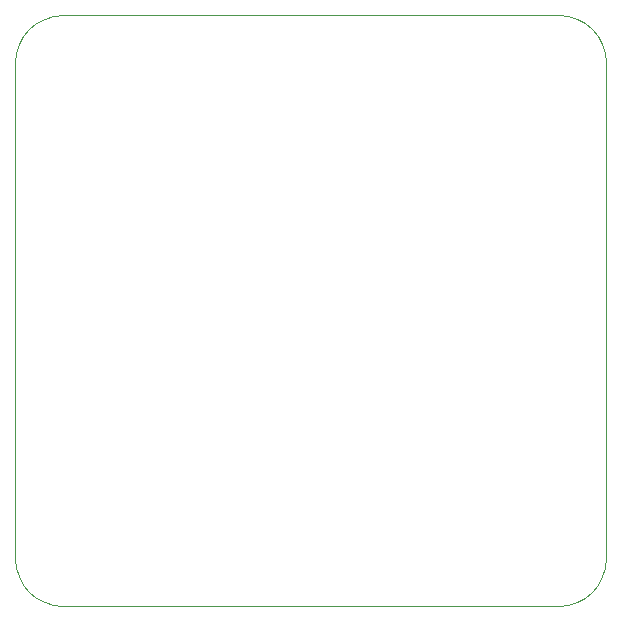
<source format=gm1>
G04 #@! TF.FileFunction,Profile,NP*
%FSLAX46Y46*%
G04 Gerber Fmt 4.6, Leading zero omitted, Abs format (unit mm)*
G04 Created by KiCad (PCBNEW 4.0.6) date 07/30/17 21:30:07*
%MOMM*%
%LPD*%
G01*
G04 APERTURE LIST*
%ADD10C,0.100000*%
G04 APERTURE END LIST*
D10*
X250780300Y-40076859D02*
X251530700Y-40304474D01*
X251530700Y-40304474D02*
X252222300Y-40674118D01*
X252222300Y-40674118D02*
X252828400Y-41171570D01*
X252828400Y-41171570D02*
X253325900Y-41777710D01*
X253325900Y-41777710D02*
X253695500Y-42469250D01*
X253695500Y-42469250D02*
X253923100Y-43219640D01*
X253923100Y-43219640D02*
X254000000Y-44000000D01*
X254000000Y-44000000D02*
X254000000Y-86000000D01*
X254000000Y-86000000D02*
X253923100Y-86780300D01*
X253923100Y-86780300D02*
X253695500Y-87530700D01*
X253695500Y-87530700D02*
X253325900Y-88222300D01*
X253325900Y-88222300D02*
X252828400Y-88828400D01*
X252828400Y-88828400D02*
X252222300Y-89325900D01*
X252222300Y-89325900D02*
X251530700Y-89695500D01*
X251530700Y-89695500D02*
X250780300Y-89923100D01*
X250780300Y-89923100D02*
X250000000Y-90000000D01*
X250000000Y-90000000D02*
X208000000Y-90000000D01*
X208000000Y-90000000D02*
X207219640Y-89923100D01*
X207219640Y-89923100D02*
X206469250Y-89695500D01*
X206469250Y-89695500D02*
X205777710Y-89325900D01*
X205777710Y-89325900D02*
X205171570Y-88828400D01*
X205171570Y-88828400D02*
X204674118Y-88222300D01*
X204674118Y-88222300D02*
X204304474Y-87530700D01*
X204304474Y-87530700D02*
X204076859Y-86780300D01*
X204076859Y-86780300D02*
X204000000Y-86000000D01*
X204000000Y-86000000D02*
X204000000Y-44000000D01*
X204000000Y-44000000D02*
X204076859Y-43219640D01*
X204076859Y-43219640D02*
X204304474Y-42469250D01*
X204304474Y-42469250D02*
X204674118Y-41777710D01*
X204674118Y-41777710D02*
X205171570Y-41171570D01*
X205171570Y-41171570D02*
X205777710Y-40674118D01*
X205777710Y-40674118D02*
X206469250Y-40304474D01*
X206469250Y-40304474D02*
X207219640Y-40076859D01*
X207219640Y-40076859D02*
X207999980Y-40000000D01*
X207999980Y-40000000D02*
X250000000Y-40000000D01*
X250000000Y-40000000D02*
X250780300Y-40076859D01*
M02*

</source>
